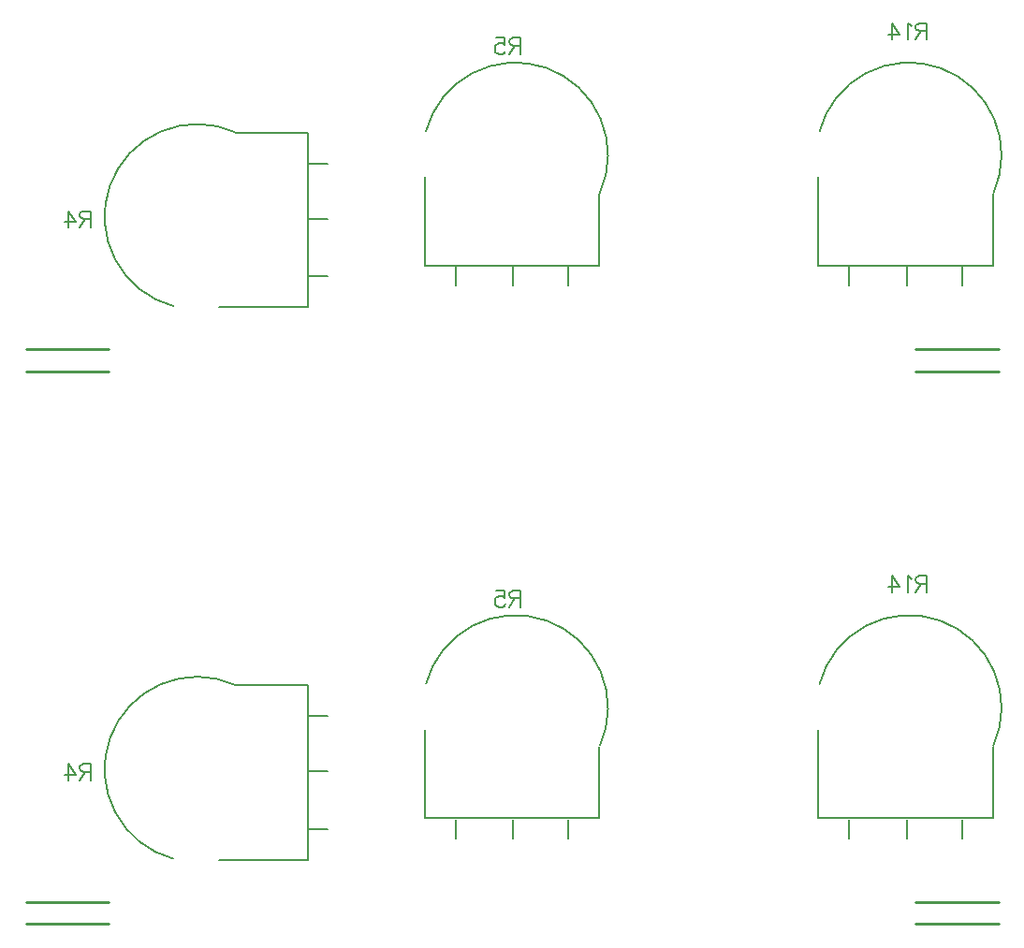
<source format=gbo>
G04*
G04 #@! TF.GenerationSoftware,Altium Limited,Altium Designer,21.0.8 (223)*
G04*
G04 Layer_Color=16777215*
%FSLAX44Y44*%
%MOMM*%
G71*
G04*
G04 #@! TF.SameCoordinates,31EEA714-13B4-4420-B856-4EAA1F9135B5*
G04*
G04*
G04 #@! TF.FilePolarity,Positive*
G04*
G01*
G75*
%ADD19C,0.2540*%
%ADD42C,0.2000*%
%ADD43C,0.1500*%
D19*
X1119000Y304000D02*
X1194000D01*
X1119000Y324000D02*
X1194000D01*
X314000D02*
X389000D01*
X314000Y304000D02*
X389000D01*
X1119000Y804000D02*
X1194000D01*
X1119000Y824000D02*
X1194000D01*
X314000D02*
X389000D01*
X314000Y804000D02*
X389000D01*
D42*
X1189258Y465315D02*
G03*
X1031974Y521258I-76368J34365D01*
G01*
X833258Y465315D02*
G03*
X675974Y521258I-76368J34365D01*
G01*
X503365Y520368D02*
G03*
X447422Y363084I-34365J-76368D01*
G01*
X1058890Y381680D02*
Y398680D01*
X1110890Y381680D02*
Y398680D01*
X1160890Y381680D02*
Y398680D01*
X1030890Y399680D02*
Y479680D01*
Y399680D02*
X1188890D01*
Y464680D01*
X832890Y399680D02*
Y464680D01*
X674890Y399680D02*
X832890D01*
X674890D02*
Y479680D01*
X804890Y381680D02*
Y398680D01*
X754890Y381680D02*
Y398680D01*
X702890Y381680D02*
Y398680D01*
X570000Y390000D02*
X587000D01*
X570000Y442000D02*
X587000D01*
X570000Y492000D02*
X587000D01*
X489000Y362000D02*
X569000D01*
Y520000D01*
X504000D02*
X569000D01*
X1189258Y965315D02*
G03*
X1031974Y1021258I-76368J34365D01*
G01*
X833258Y965315D02*
G03*
X675974Y1021258I-76368J34365D01*
G01*
X503365Y1020368D02*
G03*
X447422Y863084I-34365J-76368D01*
G01*
X1058890Y881680D02*
Y898680D01*
X1110890Y881680D02*
Y898680D01*
X1160890Y881680D02*
Y898680D01*
X1030890Y899680D02*
Y979680D01*
Y899680D02*
X1188890D01*
Y964680D01*
X832890Y899680D02*
Y964680D01*
X674890Y899680D02*
X832890D01*
X674890D02*
Y979680D01*
X804890Y881680D02*
Y898680D01*
X754890Y881680D02*
Y898680D01*
X702890Y881680D02*
Y898680D01*
X570000Y890000D02*
X587000D01*
X570000Y942000D02*
X587000D01*
X570000Y992000D02*
X587000D01*
X489000Y862000D02*
X569000D01*
Y1020000D01*
X504000D02*
X569000D01*
D43*
X373000Y448997D02*
Y434000D01*
Y448997D02*
X366573D01*
X364430Y448283D01*
X363716Y447569D01*
X363002Y446140D01*
Y444712D01*
X363716Y443284D01*
X364430Y442570D01*
X366573Y441856D01*
X373000D01*
X368001D02*
X363002Y434000D01*
X352504Y448997D02*
X359646Y438999D01*
X348934D01*
X352504Y448997D02*
Y434000D01*
X761500Y605747D02*
Y590750D01*
Y605747D02*
X755073D01*
X752930Y605033D01*
X752216Y604319D01*
X751502Y602890D01*
Y601462D01*
X752216Y600034D01*
X752930Y599320D01*
X755073Y598605D01*
X761500D01*
X756501D02*
X751502Y590750D01*
X739576Y605747D02*
X746718D01*
X747432Y599320D01*
X746718Y600034D01*
X744575Y600748D01*
X742433D01*
X740290Y600034D01*
X738862Y598605D01*
X738148Y596463D01*
Y595035D01*
X738862Y592892D01*
X740290Y591464D01*
X742433Y590750D01*
X744575D01*
X746718Y591464D01*
X747432Y592178D01*
X748146Y593606D01*
X1129000Y618997D02*
Y604000D01*
Y618997D02*
X1122573D01*
X1120430Y618283D01*
X1119716Y617569D01*
X1119002Y616140D01*
Y614712D01*
X1119716Y613284D01*
X1120430Y612570D01*
X1122573Y611856D01*
X1129000D01*
X1124001D02*
X1119002Y604000D01*
X1115646Y616140D02*
X1114218Y616854D01*
X1112075Y618997D01*
Y604000D01*
X1097507Y618997D02*
X1104648Y608999D01*
X1093936D01*
X1097507Y618997D02*
Y604000D01*
X373000Y948997D02*
Y934000D01*
Y948997D02*
X366573D01*
X364430Y948283D01*
X363716Y947569D01*
X363002Y946140D01*
Y944712D01*
X363716Y943284D01*
X364430Y942570D01*
X366573Y941855D01*
X373000D01*
X368001D02*
X363002Y934000D01*
X352504Y948997D02*
X359646Y938999D01*
X348934D01*
X352504Y948997D02*
Y934000D01*
X761500Y1105747D02*
Y1090750D01*
Y1105747D02*
X755073D01*
X752930Y1105033D01*
X752216Y1104318D01*
X751502Y1102890D01*
Y1101462D01*
X752216Y1100034D01*
X752930Y1099320D01*
X755073Y1098605D01*
X761500D01*
X756501D02*
X751502Y1090750D01*
X739576Y1105747D02*
X746718D01*
X747432Y1099320D01*
X746718Y1100034D01*
X744575Y1100748D01*
X742433D01*
X740290Y1100034D01*
X738862Y1098605D01*
X738148Y1096463D01*
Y1095035D01*
X738862Y1092892D01*
X740290Y1091464D01*
X742433Y1090750D01*
X744575D01*
X746718Y1091464D01*
X747432Y1092178D01*
X748146Y1093606D01*
X1129000Y1118997D02*
Y1104000D01*
Y1118997D02*
X1122573D01*
X1120430Y1118283D01*
X1119716Y1117569D01*
X1119002Y1116140D01*
Y1114712D01*
X1119716Y1113284D01*
X1120430Y1112570D01*
X1122573Y1111855D01*
X1129000D01*
X1124001D02*
X1119002Y1104000D01*
X1115646Y1116140D02*
X1114218Y1116854D01*
X1112075Y1118997D01*
Y1104000D01*
X1097507Y1118997D02*
X1104648Y1108999D01*
X1093936D01*
X1097507Y1118997D02*
Y1104000D01*
M02*

</source>
